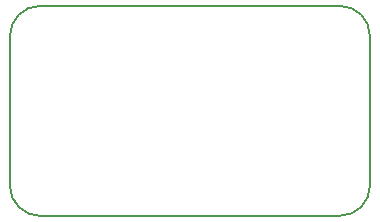
<source format=gm1>
G04 #@! TF.FileFunction,Profile,NP*
%FSLAX46Y46*%
G04 Gerber Fmt 4.6, Leading zero omitted, Abs format (unit mm)*
G04 Created by KiCad (PCBNEW 4.0.6-e0-6349~53~ubuntu16.04.1) date Fri Apr 14 17:40:12 2017*
%MOMM*%
%LPD*%
G01*
G04 APERTURE LIST*
%ADD10C,0.100000*%
%ADD11C,0.150000*%
G04 APERTURE END LIST*
D10*
D11*
X191770000Y-95250000D02*
X191770000Y-82550000D01*
X163830000Y-97790000D02*
X189230000Y-97790000D01*
X161290000Y-82550000D02*
X161290000Y-95250000D01*
X189230000Y-80010000D02*
X163830000Y-80010000D01*
X161290000Y-95250000D02*
G75*
G03X163830000Y-97790000I2540000J0D01*
G01*
X163830000Y-80010000D02*
G75*
G03X161290000Y-82550000I0J-2540000D01*
G01*
X191770000Y-82550000D02*
G75*
G03X189230000Y-80010000I-2540000J0D01*
G01*
X189230000Y-97790000D02*
G75*
G03X191770000Y-95250000I0J2540000D01*
G01*
M02*

</source>
